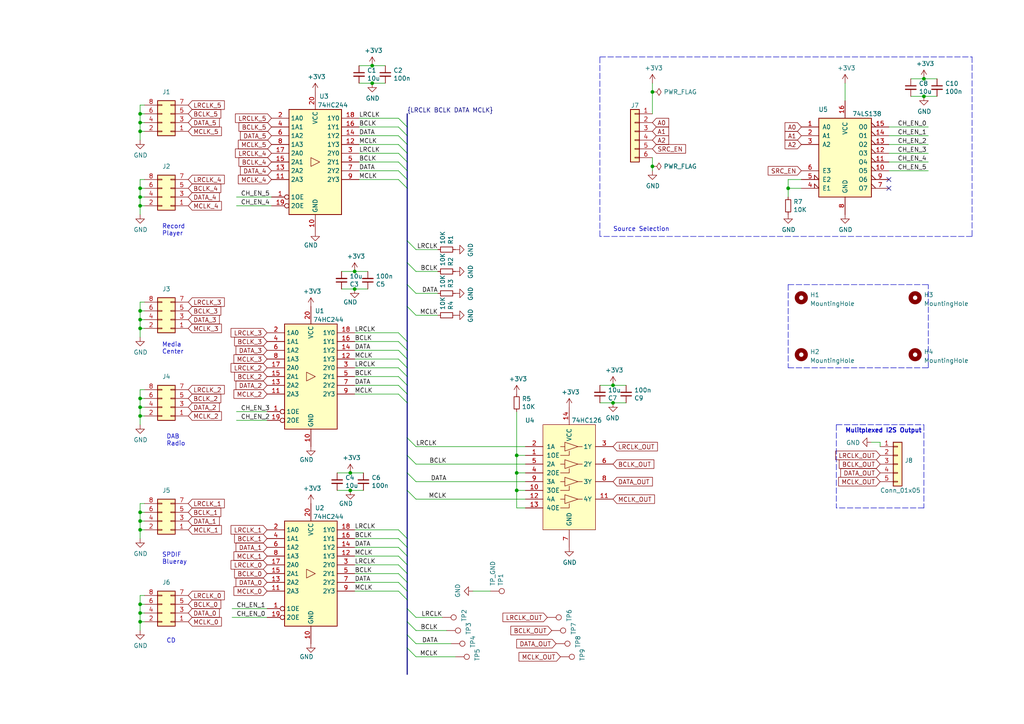
<source format=kicad_sch>
(kicad_sch (version 20211123) (generator eeschema)
  (paper "A4")
  (title_block (title "I2S Multiplexer - Modular Amp") (company "Doble Audio"))
  (lib_symbols
    (symbol "74xx:74HC244"
      (property "Reference" "U" (at -7.62 16.51 0))
      (property "Value" "74HC244" (at -7.62 -16.51 0))
      (symbol "74HC244_1_0"
        (polyline (pts (xy 1.27 0) (xy -1.27 1.27) (xy -1.27 -1.27) (xy 1.27 0)) (stroke (width 0.1524)))
        (pin input inverted (at -12.7 -10.16 0) (length 5.08) (name "1OE") (number "1"))
        (pin power_in line (at 0 -20.32 90) (length 5.08) (name "GND") (number "10"))
        (pin input line (at -12.7 -5.08 0) (length 5.08) (name "2A3") (number "11"))
        (pin tri_state line (at 12.7 5.08 180) (length 5.08) (name "1Y3") (number "12"))
        (pin input line (at -12.7 -2.54 0) (length 5.08) (name "2A2") (number "13"))
        (pin tri_state line (at 12.7 7.62 180) (length 5.08) (name "1Y2") (number "14"))
        (pin input line (at -12.7 0 0) (length 5.08) (name "2A1") (number "15"))
        (pin tri_state line (at 12.7 10.16 180) (length 5.08) (name "1Y1") (number "16"))
        (pin input line (at -12.7 2.54 0) (length 5.08) (name "2A0") (number "17"))
        (pin tri_state line (at 12.7 12.7 180) (length 5.08) (name "1Y0") (number "18"))
        (pin input inverted (at -12.7 -12.7 0) (length 5.08) (name "2OE") (number "19"))
        (pin input line (at -12.7 12.7 0) (length 5.08) (name "1A0") (number "2"))
        (pin power_in line (at 0 20.32 270) (length 5.08) (name "VCC") (number "20"))
        (pin tri_state line (at 12.7 2.54 180) (length 5.08) (name "2Y0") (number "3"))
        (pin input line (at -12.7 10.16 0) (length 5.08) (name "1A1") (number "4"))
        (pin tri_state line (at 12.7 0 180) (length 5.08) (name "2Y1") (number "5"))
        (pin input line (at -12.7 7.62 0) (length 5.08) (name "1A2") (number "6"))
        (pin tri_state line (at 12.7 -2.54 180) (length 5.08) (name "2Y2") (number "7"))
        (pin input line (at -12.7 5.08 0) (length 5.08) (name "1A3") (number "8"))
        (pin tri_state line (at 12.7 -5.08 180) (length 5.08) (name "2Y3") (number "9"))
      )
      (symbol "74HC244_1_1"
        (rectangle (start -7.62 15.24) (end 7.62 -15.24) (stroke (width 0.254)) (fill (type background)))
      )
    )
    (symbol "74xx:74LS138" (pin_names (offset 1.016))
      (property "Reference" "U" (at -7.62 11.43 0))
      (property "Value" "74LS138" (at -7.62 -13.97 0))
      (symbol "74LS138_1_0"
        (pin input line (at -12.7 7.62 0) (length 5.08) (name "A0") (number "1"))
        (pin output output_low (at 12.7 -5.08 180) (length 5.08) (name "O5") (number "10"))
        (pin output output_low (at 12.7 -2.54 180) (length 5.08) (name "O4") (number "11"))
        (pin output output_low (at 12.7 0 180) (length 5.08) (name "O3") (number "12"))
        (pin output output_low (at 12.7 2.54 180) (length 5.08) (name "O2") (number "13"))
        (pin output output_low (at 12.7 5.08 180) (length 5.08) (name "O1") (number "14"))
        (pin output output_low (at 12.7 7.62 180) (length 5.08) (name "O0") (number "15"))
        (pin power_in line (at 0 15.24 270) (length 5.08) (name "VCC") (number "16"))
        (pin input line (at -12.7 5.08 0) (length 5.08) (name "A1") (number "2"))
        (pin input line (at -12.7 2.54 0) (length 5.08) (name "A2") (number "3"))
        (pin input input_low (at -12.7 -10.16 0) (length 5.08) (name "E1") (number "4"))
        (pin input input_low (at -12.7 -7.62 0) (length 5.08) (name "E2") (number "5"))
        (pin input line (at -12.7 -5.08 0) (length 5.08) (name "E3") (number "6"))
        (pin output output_low (at 12.7 -10.16 180) (length 5.08) (name "O7") (number "7"))
        (pin power_in line (at 0 -17.78 90) (length 5.08) (name "GND") (number "8"))
        (pin output output_low (at 12.7 -7.62 180) (length 5.08) (name "O6") (number "9"))
      )
      (symbol "74LS138_1_1"
        (rectangle (start -7.62 10.16) (end 7.62 -12.7) (stroke (width 0.254)) (fill (type background)))
      )
    )
    (symbol "Connector:TestPoint" (pin_numbers hide) (pin_names (offset 0.762) hide)
      (property "Reference" "TP" (at 0 6.858 0))
      (property "Value" "TestPoint" (at 0 5.08 0))
      (symbol "TestPoint_0_1"
        (circle (center 0 3.302) (radius 0.762))
      )
      (symbol "TestPoint_1_1"
        (pin passive line (at 0 0 90) (length 2.54) (name "1") (number "1"))
      )
    )
    (symbol "Connector_Generic:Conn_01x05" (pin_names (offset 1.016) hide)
      (property "Reference" "J" (at 0 7.62 0))
      (property "Value" "Conn_01x05" (at 0 -7.62 0))
      (symbol "Conn_01x05_1_1"
        (rectangle (start -1.27 -4.953) (end 0 -5.207) (stroke (width 0.1524)))
        (rectangle (start -1.27 -2.413) (end 0 -2.667) (stroke (width 0.1524)))
        (rectangle (start -1.27 0.127) (end 0 -0.127) (stroke (width 0.1524)))
        (rectangle (start -1.27 2.667) (end 0 2.413) (stroke (width 0.1524)))
        (rectangle (start -1.27 5.207) (end 0 4.953) (stroke (width 0.1524)))
        (rectangle (start -1.27 6.35) (end 1.27 -6.35) (stroke (width 0.254)) (fill (type background)))
        (pin passive line (at -5.08 5.08 0) (length 3.81) (name "Pin_1") (number "1"))
        (pin passive line (at -5.08 2.54 0) (length 3.81) (name "Pin_2") (number "2"))
        (pin passive line (at -5.08 0 0) (length 3.81) (name "Pin_3") (number "3"))
        (pin passive line (at -5.08 -2.54 0) (length 3.81) (name "Pin_4") (number "4"))
        (pin passive line (at -5.08 -5.08 0) (length 3.81) (name "Pin_5") (number "5"))
      )
    )
    (symbol "Connector_Generic:Conn_01x06" (pin_names (offset 1.016) hide)
      (property "Reference" "J" (at 0 7.62 0))
      (property "Value" "Conn_01x06" (at 0 -10.16 0))
      (symbol "Conn_01x06_1_1"
        (rectangle (start -1.27 -7.493) (end 0 -7.747) (stroke (width 0.1524)))
        (rectangle (start -1.27 -4.953) (end 0 -5.207) (stroke (width 0.1524)))
        (rectangle (start -1.27 -2.413) (end 0 -2.667) (stroke (width 0.1524)))
        (rectangle (start -1.27 0.127) (end 0 -0.127) (stroke (width 0.1524)))
        (rectangle (start -1.27 2.667) (end 0 2.413) (stroke (width 0.1524)))
        (rectangle (start -1.27 5.207) (end 0 4.953) (stroke (width 0.1524)))
        (rectangle (start -1.27 6.35) (end 1.27 -8.89) (stroke (width 0.254)) (fill (type background)))
        (pin passive line (at -5.08 5.08 0) (length 3.81) (name "Pin_1") (number "1"))
        (pin passive line (at -5.08 2.54 0) (length 3.81) (name "Pin_2") (number "2"))
        (pin passive line (at -5.08 0 0) (length 3.81) (name "Pin_3") (number "3"))
        (pin passive line (at -5.08 -2.54 0) (length 3.81) (name "Pin_4") (number "4"))
        (pin passive line (at -5.08 -5.08 0) (length 3.81) (name "Pin_5") (number "5"))
        (pin passive line (at -5.08 -7.62 0) (length 3.81) (name "Pin_6") (number "6"))
      )
    )
    (symbol "Connector_Generic:Conn_02x04_Odd_Even" (pin_names (offset 1.016) hide)
      (property "Reference" "J" (at 1.27 5.08 0))
      (property "Value" "Conn_02x04_Odd_Even" (at 1.27 -7.62 0))
      (symbol "Conn_02x04_Odd_Even_1_1"
        (rectangle (start -1.27 -4.953) (end 0 -5.207) (stroke (width 0.1524)))
        (rectangle (start -1.27 -2.413) (end 0 -2.667) (stroke (width 0.1524)))
        (rectangle (start -1.27 0.127) (end 0 -0.127) (stroke (width 0.1524)))
        (rectangle (start -1.27 2.667) (end 0 2.413) (stroke (width 0.1524)))
        (rectangle (start -1.27 3.81) (end 3.81 -6.35) (stroke (width 0.254)) (fill (type background)))
        (rectangle (start 3.81 -4.953) (end 2.54 -5.207) (stroke (width 0.1524)))
        (rectangle (start 3.81 -2.413) (end 2.54 -2.667) (stroke (width 0.1524)))
        (rectangle (start 3.81 0.127) (end 2.54 -0.127) (stroke (width 0.1524)))
        (rectangle (start 3.81 2.667) (end 2.54 2.413) (stroke (width 0.1524)))
        (pin passive line (at -5.08 2.54 0) (length 3.81) (name "Pin_1") (number "1"))
        (pin passive line (at 7.62 2.54 180) (length 3.81) (name "Pin_2") (number "2"))
        (pin passive line (at -5.08 0 0) (length 3.81) (name "Pin_3") (number "3"))
        (pin passive line (at 7.62 0 180) (length 3.81) (name "Pin_4") (number "4"))
        (pin passive line (at -5.08 -2.54 0) (length 3.81) (name "Pin_5") (number "5"))
        (pin passive line (at 7.62 -2.54 180) (length 3.81) (name "Pin_6") (number "6"))
        (pin passive line (at -5.08 -5.08 0) (length 3.81) (name "Pin_7") (number "7"))
        (pin passive line (at 7.62 -5.08 180) (length 3.81) (name "Pin_8") (number "8"))
      )
    )
    (symbol "Device:C_Small" (pin_numbers hide) (pin_names (offset 0.254) hide)
      (property "Reference" "C" (at 0.254 1.778 0))
      (property "Value" "C_Small" (at 0.254 -2.032 0))
      (symbol "C_Small_0_1"
        (polyline (pts (xy -1.524 -0.508) (xy 1.524 -0.508)) (stroke (width 0.3302)))
        (polyline (pts (xy -1.524 0.508) (xy 1.524 0.508)) (stroke (width 0.3048)))
      )
      (symbol "C_Small_1_1"
        (pin passive line (at 0 2.54 270) (length 2.032) (name "~") (number "1"))
        (pin passive line (at 0 -2.54 90) (length 2.032) (name "~") (number "2"))
      )
    )
    (symbol "Device:R_Small" (pin_numbers hide) (pin_names (offset 0.254) hide)
      (property "Reference" "R" (at 0.762 0.508 0))
      (property "Value" "R_Small" (at 0.762 -1.016 0))
      (symbol "R_Small_0_1"
        (rectangle (start -0.762 1.778) (end 0.762 -1.778) (stroke (width 0.2032)))
      )
      (symbol "R_Small_1_1"
        (pin passive line (at 0 2.54 270) (length 0.762) (name "~") (number "1"))
        (pin passive line (at 0 -2.54 90) (length 0.762) (name "~") (number "2"))
      )
    )
    (symbol "Mechanical:MountingHole" (pin_names (offset 1.016))
      (property "Reference" "H" (at 0 5.08 0))
      (property "Value" "MountingHole" (at 0 3.175 0))
      (symbol "MountingHole_0_1"
        (circle (center 0 0) (radius 1.27) (stroke (width 1.27)))
      )
    )
    (symbol "i2s-multiplexer:74HC126" (pin_names (offset 1.016))
      (property "Reference" "U" (at -7.62 16.51 0))
      (property "Value" "74HC126" (at 6.35 -17.78 0))
      (symbol "74HC126_0_1"
        (polyline (pts (xy 2.54 -7.62) (xy 3.81 -7.62)))
        (polyline (pts (xy 2.54 -2.54) (xy 3.81 -2.54)))
        (polyline (pts (xy 2.54 2.54) (xy 3.81 2.54)))
        (polyline (pts (xy 2.54 7.62) (xy 3.81 7.62)))
      )
      (symbol "74HC126_1_0"
        (pin input line (at -12.7 5.08 0) (length 5.08) (name "1OE") (number "1"))
        (pin input line (at -12.7 -5.08 0) (length 5.08) (name "3OE") (number "10"))
        (pin tri_state line (at 12.7 -7.62 180) (length 5.08) (name "4Y") (number "11"))
        (pin input line (at -12.7 -7.62 0) (length 5.08) (name "4A") (number "12"))
        (pin input line (at -12.7 -10.16 0) (length 5.08) (name "4OE") (number "13"))
        (pin power_in line (at 0 19.05 270) (length 5.08) (name "VCC") (number "14"))
        (pin input line (at -12.7 7.62 0) (length 5.08) (name "1A") (number "2"))
        (pin tri_state line (at 12.7 7.62 180) (length 5.08) (name "1Y") (number "3"))
        (pin input line (at -12.7 0 0) (length 5.08) (name "2OE") (number "4"))
        (pin input line (at -12.7 2.54 0) (length 5.08) (name "2A") (number "5"))
        (pin tri_state line (at 12.7 2.54 180) (length 5.08) (name "2Y") (number "6"))
        (pin power_in line (at 0 -21.59 90) (length 5.08) (name "GND") (number "7"))
        (pin tri_state line (at 12.7 -2.54 180) (length 5.08) (name "3Y") (number "8"))
        (pin input line (at -12.7 -2.54 0) (length 5.08) (name "3A") (number "9"))
      )
      (symbol "74HC126_1_1"
        (rectangle (start -7.62 13.97) (end 7.62 -16.51) (fill (type background)))
        (polyline (pts (xy -2.54 -7.62) (xy -1.27 -7.62)))
        (polyline (pts (xy -2.54 -2.54) (xy -1.27 -2.54)))
        (polyline (pts (xy -2.54 2.54) (xy -1.27 2.54)))
        (polyline (pts (xy -2.54 7.62) (xy -1.27 7.62)))
        (polyline (pts (xy 39.37 -15.24) (xy 39.37 -15.24)))
        (polyline (pts (xy -2.54 -10.16) (xy 0 -10.16) (xy 0 -8.89)))
        (polyline (pts (xy -2.54 -5.08) (xy 0 -5.08) (xy 0 -3.81)))
        (polyline (pts (xy -2.54 0) (xy 0 0) (xy 0 1.27)))
        (polyline (pts (xy -2.54 5.08) (xy 0 5.08) (xy 0 6.35)))
        (polyline (pts (xy -1.27 -6.35) (xy -1.27 -8.89) (xy 2.54 -7.62) (xy -1.27 -6.35)))
        (polyline (pts (xy -1.27 -1.27) (xy -1.27 -3.81) (xy 2.54 -2.54) (xy -1.27 -1.27)))
        (polyline (pts (xy -1.27 3.81) (xy -1.27 1.27) (xy 2.54 2.54) (xy -1.27 3.81)))
        (polyline (pts (xy -1.27 8.89) (xy -1.27 6.35) (xy 2.54 7.62) (xy -1.27 8.89)))
      )
    )
    (symbol "power:+3.3V" (power) (pin_names (offset 0))
      (property "Value" "+3.3V" (at 0 3.556 0))
      (symbol "+3.3V_0_1"
        (polyline (pts (xy -0.762 1.27) (xy 0 2.54)))
        (polyline (pts (xy 0 0) (xy 0 2.54)))
        (polyline (pts (xy 0 2.54) (xy 0.762 1.27)))
      )
      (symbol "+3.3V_1_1"
        (pin power_in line (at 0 0 90) (length 0) hide (name "+3V3") (number "1"))
      )
    )
    (symbol "power:+3V3" (power) (pin_names (offset 0))
      (property "Value" "+3V3" (at 0 3.556 0))
      (symbol "+3V3_0_1"
        (polyline (pts (xy -0.762 1.27) (xy 0 2.54)))
        (polyline (pts (xy 0 0) (xy 0 2.54)))
        (polyline (pts (xy 0 2.54) (xy 0.762 1.27)))
      )
      (symbol "+3V3_1_1"
        (pin power_in line (at 0 0 90) (length 0) hide (name "+3V3") (number "1"))
      )
    )
    (symbol "power:GND" (power) (pin_names (offset 0))
      (property "Value" "GND" (at 0 -3.81 0))
      (symbol "GND_0_1"
        (polyline (pts (xy 0 0) (xy 0 -1.27) (xy 1.27 -1.27) (xy 0 -2.54) (xy -1.27 -1.27) (xy 0 -1.27)))
      )
      (symbol "GND_1_1"
        (pin power_in line (at 0 0 270) (length 0) hide (name "GND") (number "1"))
      )
    )
    (symbol "power:PWR_FLAG" (power) (pin_numbers hide) (pin_names (offset 0) hide)
      (property "Value" "PWR_FLAG" (at 0 3.81 0))
      (symbol "PWR_FLAG_0_0"
        (pin power_out line (at 0 0 90) (length 0) (name "pwr") (number "1"))
      )
      (symbol "PWR_FLAG_0_1"
        (polyline (pts (xy 0 0) (xy 0 1.27) (xy -1.016 1.905) (xy 0 2.54) (xy 1.016 1.905) (xy 0 1.27)))
      )
    )
  )
  (junction (at 149.86 132.08))
  (junction (at 177.8 116.84))
  (junction (at 40.64 54.61))
  (junction (at 40.64 90.17))
  (junction (at 107.95 19.05))
  (junction (at 40.64 57.15))
  (junction (at 40.64 120.65))
  (junction (at 40.64 92.71))
  (junction (at 228.6 54.61))
  (junction (at 40.64 59.69))
  (junction (at 40.64 35.56))
  (junction (at 40.64 33.02))
  (junction (at 102.87 83.82))
  (junction (at 189.23 48.26))
  (junction (at 149.86 142.24))
  (junction (at 102.87 78.74))
  (junction (at 40.64 180.34))
  (junction (at 267.97 27.94))
  (junction (at 149.86 137.16))
  (junction (at 101.6 142.24))
  (junction (at 40.64 115.57))
  (junction (at 40.64 118.11))
  (junction (at 101.6 137.16))
  (junction (at 40.64 153.67))
  (junction (at 189.23 26.67))
  (junction (at 40.64 38.1))
  (junction (at 40.64 95.25))
  (junction (at 107.95 24.13))
  (junction (at 40.64 177.8))
  (junction (at 40.64 175.26))
  (junction (at 267.97 22.86))
  (junction (at 40.64 148.59))
  (junction (at 177.8 111.76))
  (junction (at 40.64 151.13))
  (no_connect (at 257.81 52.07))
  (no_connect (at 257.81 54.61))
  (bus_entry (at 115.57 111.76) (size 2.54 2.54))
  (bus_entry (at 118.11 142.24) (size 2.54 2.54))
  (bus_entry (at 118.11 137.16) (size 2.54 2.54))
  (bus_entry (at 118.11 132.08) (size 2.54 2.54))
  (bus_entry (at 118.11 127) (size 2.54 2.54))
  (bus_entry (at 115.57 168.91) (size 2.54 2.54))
  (bus_entry (at 115.57 156.21) (size 2.54 2.54))
  (bus_entry (at 115.57 36.83) (size 2.54 2.54))
  (bus_entry (at 115.57 158.75) (size 2.54 2.54))
  (bus_entry (at 115.57 46.99) (size 2.54 2.54))
  (bus_entry (at 115.57 101.6) (size 2.54 2.54))
  (bus_entry (at 115.57 109.22) (size 2.54 2.54))
  (bus_entry (at 115.57 166.37) (size 2.54 2.54))
  (bus_entry (at 118.11 69.85) (size 2.54 2.54))
  (bus_entry (at 118.11 82.55) (size 2.54 2.54))
  (bus_entry (at 118.11 88.9) (size 2.54 2.54))
  (bus_entry (at 118.11 76.2) (size 2.54 2.54))
  (bus_entry (at 115.57 104.14) (size 2.54 2.54))
  (bus_entry (at 118.11 99.06) (size -2.54 -2.54))
  (bus_entry (at 118.11 180.34) (size 2.54 2.54))
  (bus_entry (at 118.11 184.15) (size 2.54 2.54))
  (bus_entry (at 118.11 187.96) (size 2.54 2.54))
  (bus_entry (at 115.57 49.53) (size 2.54 2.54))
  (bus_entry (at 115.57 106.68) (size 2.54 2.54))
  (bus_entry (at 115.57 163.83) (size 2.54 2.54))
  (bus_entry (at 118.11 176.53) (size 2.54 2.54))
  (bus_entry (at 115.57 39.37) (size 2.54 2.54))
  (bus_entry (at 118.11 156.21) (size -2.54 -2.54))
  (bus_entry (at 115.57 161.29) (size 2.54 2.54))
  (bus_entry (at 115.57 44.45) (size 2.54 2.54))
  (bus_entry (at 115.57 114.3) (size 2.54 2.54))
  (bus_entry (at 115.57 41.91) (size 2.54 2.54))
  (bus_entry (at 118.11 36.83) (size -2.54 -2.54))
  (bus_entry (at 115.57 52.07) (size 2.54 2.54))
  (bus_entry (at 115.57 99.06) (size 2.54 2.54))
  (bus_entry (at 115.57 171.45) (size 2.54 2.54))
  (wire (pts (xy 41.91 172.72) (xy 40.64 172.72)))
  (wire (pts (xy 102.87 161.29) (xy 115.57 161.29)))
  (wire (pts (xy 189.23 48.26) (xy 189.23 49.53)))
  (polyline (pts (xy 228.6 82.55) (xy 228.6 106.68)))
  (bus (pts (xy 118.11 82.55) (xy 118.11 88.9)))
  (wire (pts (xy 189.23 26.67) (xy 189.23 24.13)))
  (wire (pts (xy 40.64 95.25) (xy 41.91 95.25)))
  (wire (pts (xy 102.87 114.3) (xy 115.57 114.3)))
  (wire (pts (xy 40.64 151.13) (xy 40.64 153.67)))
  (wire (pts (xy 68.58 121.92) (xy 77.47 121.92)))
  (wire (pts (xy 40.64 59.69) (xy 40.64 62.23)))
  (polyline (pts (xy 267.97 147.32) (xy 242.57 147.32)))
  (wire (pts (xy 40.64 54.61) (xy 40.64 57.15)))
  (polyline (pts (xy 281.94 68.58) (xy 173.99 68.58)))
  (wire (pts (xy 40.64 38.1) (xy 41.91 38.1)))
  (wire (pts (xy 102.87 153.67) (xy 115.57 153.67)))
  (wire (pts (xy 120.65 129.54) (xy 152.4 129.54)))
  (wire (pts (xy 41.91 87.63) (xy 40.64 87.63)))
  (wire (pts (xy 68.58 119.38) (xy 77.47 119.38)))
  (wire (pts (xy 102.87 171.45) (xy 115.57 171.45)))
  (wire (pts (xy 40.64 115.57) (xy 41.91 115.57)))
  (wire (pts (xy 173.99 111.76) (xy 177.8 111.76)))
  (wire (pts (xy 189.23 45.72) (xy 189.23 48.26)))
  (wire (pts (xy 104.14 39.37) (xy 115.57 39.37)))
  (bus (pts (xy 118.11 33.02) (xy 118.11 36.83)))
  (wire (pts (xy 102.87 106.68) (xy 115.57 106.68)))
  (wire (pts (xy 252.73 128.27) (xy 255.27 128.27)))
  (wire (pts (xy 40.64 180.34) (xy 40.64 182.88)))
  (wire (pts (xy 152.4 132.08) (xy 149.86 132.08)))
  (wire (pts (xy 40.64 146.05) (xy 40.64 148.59)))
  (wire (pts (xy 40.64 115.57) (xy 40.64 118.11)))
  (wire (pts (xy 40.64 57.15) (xy 40.64 59.69)))
  (wire (pts (xy 40.64 153.67) (xy 40.64 156.21)))
  (wire (pts (xy 40.64 54.61) (xy 41.91 54.61)))
  (wire (pts (xy 120.65 179.07) (xy 128.27 179.07)))
  (polyline (pts (xy 269.24 106.68) (xy 269.24 82.55)))
  (bus (pts (xy 118.11 46.99) (xy 118.11 49.53)))
  (wire (pts (xy 120.65 190.5) (xy 132.08 190.5)))
  (wire (pts (xy 189.23 26.67) (xy 189.23 33.02)))
  (bus (pts (xy 118.11 116.84) (xy 118.11 127)))
  (wire (pts (xy 40.64 87.63) (xy 40.64 90.17)))
  (wire (pts (xy 40.64 172.72) (xy 40.64 175.26)))
  (wire (pts (xy 97.79 137.16) (xy 101.6 137.16)))
  (wire (pts (xy 40.64 180.34) (xy 41.91 180.34)))
  (wire (pts (xy 152.4 144.78) (xy 120.65 144.78)))
  (bus (pts (xy 118.11 106.68) (xy 118.11 109.22)))
  (wire (pts (xy 101.6 137.16) (xy 105.41 137.16)))
  (wire (pts (xy 102.87 156.21) (xy 115.57 156.21)))
  (wire (pts (xy 257.81 39.37) (xy 269.24 39.37)))
  (wire (pts (xy 40.64 175.26) (xy 40.64 177.8)))
  (bus (pts (xy 118.11 49.53) (xy 118.11 52.07)))
  (wire (pts (xy 267.97 22.86) (xy 271.78 22.86)))
  (wire (pts (xy 40.64 35.56) (xy 41.91 35.56)))
  (wire (pts (xy 137.16 171.45) (xy 142.24 171.45)))
  (polyline (pts (xy 242.57 123.19) (xy 267.97 123.19)))
  (wire (pts (xy 40.64 148.59) (xy 40.64 151.13)))
  (wire (pts (xy 40.64 95.25) (xy 40.64 97.79)))
  (wire (pts (xy 101.6 142.24) (xy 105.41 142.24)))
  (wire (pts (xy 40.64 113.03) (xy 40.64 115.57)))
  (polyline (pts (xy 228.6 82.55) (xy 269.24 82.55)))
  (wire (pts (xy 41.91 146.05) (xy 40.64 146.05)))
  (wire (pts (xy 40.64 35.56) (xy 40.64 38.1)))
  (bus (pts (xy 118.11 180.34) (xy 118.11 184.15)))
  (wire (pts (xy 271.78 27.94) (xy 267.97 27.94)))
  (bus (pts (xy 118.11 171.45) (xy 118.11 173.99)))
  (wire (pts (xy 40.64 38.1) (xy 40.64 40.64)))
  (wire (pts (xy 40.64 30.48) (xy 40.64 33.02)))
  (wire (pts (xy 255.27 128.27) (xy 255.27 129.54)))
  (wire (pts (xy 149.86 132.08) (xy 149.86 137.16)))
  (bus (pts (xy 118.11 99.06) (xy 118.11 101.6)))
  (bus (pts (xy 118.11 156.21) (xy 118.11 158.75)))
  (wire (pts (xy 40.64 118.11) (xy 41.91 118.11)))
  (wire (pts (xy 228.6 54.61) (xy 228.6 57.15)))
  (wire (pts (xy 102.87 101.6) (xy 115.57 101.6)))
  (wire (pts (xy 97.79 142.24) (xy 101.6 142.24)))
  (wire (pts (xy 228.6 52.07) (xy 232.41 52.07)))
  (wire (pts (xy 104.14 19.05) (xy 107.95 19.05)))
  (wire (pts (xy 127 78.74) (xy 120.65 78.74)))
  (wire (pts (xy 40.64 52.07) (xy 40.64 54.61)))
  (wire (pts (xy 41.91 113.03) (xy 40.64 113.03)))
  (bus (pts (xy 118.11 142.24) (xy 118.11 156.21)))
  (bus (pts (xy 118.11 166.37) (xy 118.11 168.91)))
  (wire (pts (xy 40.64 59.69) (xy 41.91 59.69)))
  (wire (pts (xy 77.47 176.53) (xy 67.31 176.53)))
  (wire (pts (xy 264.16 22.86) (xy 267.97 22.86)))
  (wire (pts (xy 102.87 111.76) (xy 115.57 111.76)))
  (wire (pts (xy 40.64 153.67) (xy 41.91 153.67)))
  (bus (pts (xy 118.11 41.91) (xy 118.11 44.45)))
  (wire (pts (xy 40.64 177.8) (xy 41.91 177.8)))
  (wire (pts (xy 102.87 166.37) (xy 115.57 166.37)))
  (bus (pts (xy 118.11 187.96) (xy 118.11 195.58)))
  (polyline (pts (xy 281.94 16.51) (xy 281.94 68.58)))
  (wire (pts (xy 40.64 90.17) (xy 41.91 90.17)))
  (wire (pts (xy 78.74 59.69) (xy 68.58 59.69)))
  (wire (pts (xy 152.4 142.24) (xy 149.86 142.24)))
  (wire (pts (xy 107.95 19.05) (xy 111.76 19.05)))
  (polyline (pts (xy 173.99 68.58) (xy 173.99 16.51)))
  (wire (pts (xy 257.81 36.83) (xy 269.24 36.83)))
  (wire (pts (xy 152.4 147.32) (xy 149.86 147.32)))
  (bus (pts (xy 118.11 39.37) (xy 118.11 41.91)))
  (wire (pts (xy 40.64 118.11) (xy 40.64 120.65)))
  (polyline (pts (xy 228.6 106.68) (xy 269.24 106.68)))
  (wire (pts (xy 149.86 142.24) (xy 149.86 137.16)))
  (wire (pts (xy 40.64 120.65) (xy 40.64 123.19)))
  (wire (pts (xy 104.14 46.99) (xy 115.57 46.99)))
  (wire (pts (xy 149.86 119.38) (xy 149.86 132.08)))
  (wire (pts (xy 40.64 92.71) (xy 41.91 92.71)))
  (wire (pts (xy 40.64 57.15) (xy 41.91 57.15)))
  (bus (pts (xy 118.11 69.85) (xy 118.11 76.2)))
  (wire (pts (xy 120.65 186.69) (xy 130.81 186.69)))
  (polyline (pts (xy 173.99 16.51) (xy 281.94 16.51)))
  (bus (pts (xy 118.11 52.07) (xy 118.11 54.61)))
  (bus (pts (xy 118.11 54.61) (xy 118.11 69.85)))
  (wire (pts (xy 102.87 83.82) (xy 99.06 83.82)))
  (wire (pts (xy 104.14 41.91) (xy 115.57 41.91)))
  (wire (pts (xy 77.47 179.07) (xy 67.31 179.07)))
  (bus (pts (xy 118.11 76.2) (xy 118.11 82.55)))
  (wire (pts (xy 102.87 168.91) (xy 115.57 168.91)))
  (bus (pts (xy 118.11 176.53) (xy 118.11 180.34)))
  (wire (pts (xy 149.86 137.16) (xy 152.4 137.16)))
  (wire (pts (xy 177.8 111.76) (xy 181.61 111.76)))
  (wire (pts (xy 245.11 24.13) (xy 245.11 29.21)))
  (bus (pts (xy 118.11 173.99) (xy 118.11 176.53)))
  (bus (pts (xy 118.11 163.83) (xy 118.11 166.37)))
  (wire (pts (xy 40.64 33.02) (xy 41.91 33.02)))
  (wire (pts (xy 40.64 90.17) (xy 40.64 92.71)))
  (bus (pts (xy 118.11 104.14) (xy 118.11 106.68)))
  (wire (pts (xy 173.99 116.84) (xy 177.8 116.84)))
  (wire (pts (xy 104.14 49.53) (xy 115.57 49.53)))
  (wire (pts (xy 177.8 116.84) (xy 181.61 116.84)))
  (wire (pts (xy 40.64 177.8) (xy 40.64 180.34)))
  (wire (pts (xy 120.65 134.62) (xy 152.4 134.62)))
  (wire (pts (xy 127 91.44) (xy 120.65 91.44)))
  (wire (pts (xy 257.81 49.53) (xy 269.24 49.53)))
  (wire (pts (xy 106.68 83.82) (xy 102.87 83.82)))
  (wire (pts (xy 127 72.39) (xy 120.65 72.39)))
  (wire (pts (xy 99.06 78.74) (xy 102.87 78.74)))
  (wire (pts (xy 232.41 54.61) (xy 228.6 54.61)))
  (bus (pts (xy 118.11 44.45) (xy 118.11 46.99)))
  (wire (pts (xy 257.81 44.45) (xy 269.24 44.45)))
  (bus (pts (xy 118.11 132.08) (xy 118.11 137.16)))
  (bus (pts (xy 118.11 158.75) (xy 118.11 161.29)))
  (polyline (pts (xy 242.57 123.19) (xy 242.57 147.32)))
  (wire (pts (xy 104.14 24.13) (xy 107.95 24.13)))
  (wire (pts (xy 102.87 96.52) (xy 115.57 96.52)))
  (wire (pts (xy 267.97 27.94) (xy 264.16 27.94)))
  (wire (pts (xy 104.14 34.29) (xy 115.57 34.29)))
  (wire (pts (xy 102.87 158.75) (xy 115.57 158.75)))
  (wire (pts (xy 40.64 120.65) (xy 41.91 120.65)))
  (wire (pts (xy 104.14 36.83) (xy 115.57 36.83)))
  (wire (pts (xy 107.95 24.13) (xy 111.76 24.13)))
  (wire (pts (xy 228.6 52.07) (xy 228.6 54.61)))
  (bus (pts (xy 118.11 101.6) (xy 118.11 104.14)))
  (wire (pts (xy 40.64 92.71) (xy 40.64 95.25)))
  (wire (pts (xy 40.64 151.13) (xy 41.91 151.13)))
  (wire (pts (xy 40.64 33.02) (xy 40.64 35.56)))
  (wire (pts (xy 149.86 142.24) (xy 149.86 147.32)))
  (bus (pts (xy 118.11 36.83) (xy 118.11 39.37)))
  (wire (pts (xy 102.87 104.14) (xy 115.57 104.14)))
  (bus (pts (xy 118.11 127) (xy 118.11 132.08)))
  (wire (pts (xy 257.81 41.91) (xy 269.24 41.91)))
  (wire (pts (xy 104.14 44.45) (xy 115.57 44.45)))
  (bus (pts (xy 118.11 111.76) (xy 118.11 114.3)))
  (bus (pts (xy 118.11 114.3) (xy 118.11 116.84)))
  (bus (pts (xy 118.11 168.91) (xy 118.11 171.45)))
  (wire (pts (xy 102.87 163.83) (xy 115.57 163.83)))
  (wire (pts (xy 68.58 57.15) (xy 78.74 57.15)))
  (bus (pts (xy 118.11 161.29) (xy 118.11 163.83)))
  (wire (pts (xy 120.65 182.88) (xy 129.54 182.88)))
  (bus (pts (xy 118.11 88.9) (xy 118.11 99.06)))
  (wire (pts (xy 257.81 46.99) (xy 269.24 46.99)))
  (bus (pts (xy 118.11 184.15) (xy 118.11 187.96)))
  (wire (pts (xy 41.91 52.07) (xy 40.64 52.07)))
  (wire (pts (xy 40.64 148.59) (xy 41.91 148.59)))
  (wire (pts (xy 40.64 175.26) (xy 41.91 175.26)))
  (polyline (pts (xy 267.97 123.19) (xy 267.97 147.32)))
  (wire (pts (xy 127 85.09) (xy 120.65 85.09)))
  (wire (pts (xy 120.65 139.7) (xy 152.4 139.7)))
  (bus (pts (xy 118.11 137.16) (xy 118.11 142.24)))
  (wire (pts (xy 104.14 52.07) (xy 115.57 52.07)))
  (bus (pts (xy 118.11 109.22) (xy 118.11 111.76)))
  (wire (pts (xy 102.87 99.06) (xy 115.57 99.06)))
  (wire (pts (xy 102.87 109.22) (xy 115.57 109.22)))
  (wire (pts (xy 102.87 78.74) (xy 106.68 78.74)))
  (wire (pts (xy 41.91 30.48) (xy 40.64 30.48)))
  (text "Mulitplexed I2S Output\n" (at 245.11 125.73 0) (effects (font (size 1.27 1.27) (thickness 0.254) bold) (justify left bottom)))
  (text "Media\nCenter\n" (at 46.99 102.87 0) (effects (font (size 1.27 1.27)) (justify left bottom)))
  (text "Source Selection" (at 177.8 67.31 0) (effects (font (size 1.27 1.27)) (justify left bottom)))
  (text "SPDIF\nBlueray" (at 46.99 163.83 0) (effects (font (size 1.27 1.27)) (justify left bottom)))
  (text "Record\nPlayer\n" (at 46.99 68.58 0) (effects (font (size 1.27 1.27)) (justify left bottom)))
  (text "DAB \nRadio\n" (at 48.26 129.54 0) (effects (font (size 1.27 1.27)) (justify left bottom)))
  (text "CD\n" (at 48.26 186.69 0) (effects (font (size 1.27 1.27)) (justify left bottom)))
  (label "DATA" (at 102.87 101.6 0))
  (label "MCLK" (at 102.87 161.29 0))
  (label "CH_EN_2" (at 260.35 41.91 0))
  (label "BCLK" (at 127 78.74 180))
  (label "CH_EN_4" (at 260.35 46.99 0))
  (label "CH_EN_5" (at 69.85 57.15 0))
  (label "LRCLK" (at 120.65 129.54 0))
  (label "MCLK" (at 104.14 52.07 0))
  (label "BCLK" (at 127 182.88 180))
  (label "CH_EN_2" (at 69.85 121.92 0))
  (label "MCLK" (at 127 190.5 180))
  (label "LRCLK" (at 102.87 96.52 0))
  (label "CH_EN_0" (at 260.35 36.83 0))
  (label "DATA" (at 127 186.69 180))
  (label "BCLK" (at 102.87 166.37 0))
  (label "BCLK" (at 129.54 134.62 180))
  (label "MCLK" (at 129.54 144.78 180))
  (label "BCLK" (at 104.14 36.83 0))
  (label "LRCLK" (at 128.27 179.07 180))
  (label "CH_EN_0" (at 68.58 179.07 0))
  (label "CH_EN_5" (at 260.35 49.53 0))
  (label "LRCLK" (at 127 72.39 180))
  (label "MCLK" (at 102.87 114.3 0))
  (label "LRCLK" (at 104.14 34.29 0))
  (label "MCLK" (at 102.87 171.45 0))
  (label "CH_EN_3" (at 260.35 44.45 0))
  (label "DATA" (at 104.14 39.37 0))
  (label "DATA" (at 104.14 49.53 0))
  (label "CH_EN_1" (at 260.35 39.37 0))
  (label "DATA" (at 102.87 111.76 0))
  (label "CH_EN_1" (at 68.58 176.53 0))
  (label "{LRCLK BCLK DATA MCLK}" (at 118.11 33.02 0))
  (label "DATA" (at 129.54 139.7 180))
  (label "LRCLK" (at 102.87 106.68 0))
  (label "MCLK" (at 104.14 41.91 0))
  (label "MCLK" (at 102.87 104.14 0))
  (label "CH_EN_3" (at 69.85 119.38 0))
  (label "DATA" (at 102.87 158.75 0))
  (label "LRCLK" (at 102.87 153.67 0))
  (label "BCLK" (at 104.14 46.99 0))
  (label "LRCLK" (at 102.87 163.83 0))
  (label "DATA" (at 127 85.09 180))
  (label "DATA" (at 102.87 168.91 0))
  (label "MCLK" (at 127 91.44 180))
  (label "CH_EN_4" (at 69.85 59.69 0))
  (label "BCLK" (at 102.87 109.22 0))
  (label "BCLK" (at 102.87 156.21 0))
  (label "BCLK" (at 102.87 99.06 0))
  (label "LRCLK" (at 104.14 44.45 0))
  (global_label "BCLK_1" (shape input) (at 77.47 156.21 180) (property "Intersheet References" "${INTERSHEET_REFS}" (effects hide)))
  (global_label "BCLK_4" (shape input) (at 78.74 46.99 180) (property "Intersheet References" "${INTERSHEET_REFS}" (effects hide)))
  (global_label "MCLK_2" (shape input) (at 54.61 120.65 0) (property "Intersheet References" "${INTERSHEET_REFS}" (effects hide)))
  (global_label "MCLK_OUT" (shape input) (at 177.8 144.78 0) (property "Intersheet References" "${INTERSHEET_REFS}" (effects hide)))
  (global_label "MCLK_3" (shape input) (at 54.61 95.25 0) (property "Intersheet References" "${INTERSHEET_REFS}" (effects hide)))
  (global_label "BCLK_3" (shape input) (at 77.47 99.06 180) (property "Intersheet References" "${INTERSHEET_REFS}" (effects hide)))
  (global_label "MCLK_0" (shape input) (at 54.61 180.34 0) (property "Intersheet References" "${INTERSHEET_REFS}" (effects hide)))
  (global_label "A2" (shape input) (at 189.23 40.64 0) (property "Intersheet References" "${INTERSHEET_REFS}" (effects hide)))
  (global_label "MCLK_5" (shape input) (at 78.74 41.91 180) (property "Intersheet References" "${INTERSHEET_REFS}" (effects hide)))
  (global_label "BCLK_2" (shape input) (at 54.61 115.57 0) (property "Intersheet References" "${INTERSHEET_REFS}" (effects hide)))
  (global_label "A0" (shape input) (at 232.41 36.83 180) (property "Intersheet References" "${INTERSHEET_REFS}" (effects hide)))
  (global_label "LRCLK_OUT" (shape input) (at 177.8 129.54 0) (property "Intersheet References" "${INTERSHEET_REFS}" (effects hide)))
  (global_label "A0" (shape input) (at 189.23 35.56 0) (property "Intersheet References" "${INTERSHEET_REFS}" (effects hide)))
  (global_label "BCLK_OUT" (shape input) (at 255.27 134.62 180) (property "Intersheet References" "${INTERSHEET_REFS}" (effects hide)))
  (global_label "BCLK_1" (shape input) (at 54.61 148.59 0) (property "Intersheet References" "${INTERSHEET_REFS}" (effects hide)))
  (global_label "DATA_0" (shape input) (at 54.61 177.8 0) (property "Intersheet References" "${INTERSHEET_REFS}" (effects hide)))
  (global_label "DATA_4" (shape input) (at 78.74 49.53 180) (property "Intersheet References" "${INTERSHEET_REFS}" (effects hide)))
  (global_label "LRCLK_OUT" (shape input) (at 158.75 179.07 180) (property "Intersheet References" "${INTERSHEET_REFS}" (effects hide)))
  (global_label "DATA_3" (shape input) (at 54.61 92.71 0) (property "Intersheet References" "${INTERSHEET_REFS}" (effects hide)))
  (global_label "MCLK_1" (shape input) (at 77.47 161.29 180) (property "Intersheet References" "${INTERSHEET_REFS}" (effects hide)))
  (global_label "DATA_5" (shape input) (at 54.61 35.56 0) (property "Intersheet References" "${INTERSHEET_REFS}" (effects hide)))
  (global_label "LRCLK_3" (shape input) (at 54.61 87.63 0) (property "Intersheet References" "${INTERSHEET_REFS}" (effects hide)))
  (global_label "BCLK_2" (shape input) (at 77.47 109.22 180) (property "Intersheet References" "${INTERSHEET_REFS}" (effects hide)))
  (global_label "DATA_2" (shape input) (at 54.61 118.11 0) (property "Intersheet References" "${INTERSHEET_REFS}" (effects hide)))
  (global_label "BCLK_5" (shape input) (at 54.61 33.02 0) (property "Intersheet References" "${INTERSHEET_REFS}" (effects hide)))
  (global_label "LRCLK_5" (shape input) (at 78.74 34.29 180) (property "Intersheet References" "${INTERSHEET_REFS}" (effects hide)))
  (global_label "LRCLK_5" (shape input) (at 54.61 30.48 0) (property "Intersheet References" "${INTERSHEET_REFS}" (effects hide)))
  (global_label "A1" (shape input) (at 189.23 38.1 0) (property "Intersheet References" "${INTERSHEET_REFS}" (effects hide)))
  (global_label "MCLK_4" (shape input) (at 54.61 59.69 0) (property "Intersheet References" "${INTERSHEET_REFS}" (effects hide)))
  (global_label "MCLK_4" (shape input) (at 78.74 52.07 180) (property "Intersheet References" "${INTERSHEET_REFS}" (effects hide)))
  (global_label "DATA_3" (shape input) (at 77.47 101.6 180) (property "Intersheet References" "${INTERSHEET_REFS}" (effects hide)))
  (global_label "MCLK_2" (shape input) (at 77.47 114.3 180) (property "Intersheet References" "${INTERSHEET_REFS}" (effects hide)))
  (global_label "MCLK_0" (shape input) (at 77.47 171.45 180) (property "Intersheet References" "${INTERSHEET_REFS}" (effects hide)))
  (global_label "BCLK_4" (shape input) (at 54.61 54.61 0) (property "Intersheet References" "${INTERSHEET_REFS}" (effects hide)))
  (global_label "LRCLK_0" (shape input) (at 77.47 163.83 180) (property "Intersheet References" "${INTERSHEET_REFS}" (effects hide)))
  (global_label "LRCLK_2" (shape input) (at 77.47 106.68 180) (property "Intersheet References" "${INTERSHEET_REFS}" (effects hide)))
  (global_label "DATA_0" (shape input) (at 77.47 168.91 180) (property "Intersheet References" "${INTERSHEET_REFS}" (effects hide)))
  (global_label "LRCLK_1" (shape input) (at 54.61 146.05 0) (property "Intersheet References" "${INTERSHEET_REFS}" (effects hide)))
  (global_label "DATA_1" (shape input) (at 54.61 151.13 0) (property "Intersheet References" "${INTERSHEET_REFS}" (effects hide)))
  (global_label "BCLK_5" (shape input) (at 78.74 36.83 180) (property "Intersheet References" "${INTERSHEET_REFS}" (effects hide)))
  (global_label "DATA_1" (shape input) (at 77.47 158.75 180) (property "Intersheet References" "${INTERSHEET_REFS}" (effects hide)))
  (global_label "LRCLK_1" (shape input) (at 77.47 153.67 180) (property "Intersheet References" "${INTERSHEET_REFS}" (effects hide)))
  (global_label "BCLK_OUT" (shape input) (at 177.8 134.62 0) (property "Intersheet References" "${INTERSHEET_REFS}" (effects hide)))
  (global_label "LRCLK_4" (shape input) (at 78.74 44.45 180) (property "Intersheet References" "${INTERSHEET_REFS}" (effects hide)))
  (global_label "MCLK_OUT" (shape input) (at 255.27 139.7 180) (property "Intersheet References" "${INTERSHEET_REFS}" (effects hide)))
  (global_label "BCLK_OUT" (shape input) (at 160.02 182.88 180) (property "Intersheet References" "${INTERSHEET_REFS}" (effects hide)))
  (global_label "LRCLK_2" (shape input) (at 54.61 113.03 0) (property "Intersheet References" "${INTERSHEET_REFS}" (effects hide)))
  (global_label "BCLK_0" (shape input) (at 77.47 166.37 180) (property "Intersheet References" "${INTERSHEET_REFS}" (effects hide)))
  (global_label "LRCLK_OUT" (shape input) (at 255.27 132.08 180) (property "Intersheet References" "${INTERSHEET_REFS}" (effects hide)))
  (global_label "A1" (shape input) (at 232.41 39.37 180) (property "Intersheet References" "${INTERSHEET_REFS}" (effects hide)))
  (global_label "MCLK_1" (shape input) (at 54.61 153.67 0) (property "Intersheet References" "${INTERSHEET_REFS}" (effects hide)))
  (global_label "LRCLK_4" (shape input) (at 54.61 52.07 0) (property "Intersheet References" "${INTERSHEET_REFS}" (effects hide)))
  (global_label "DATA_5" (shape input) (at 78.74 39.37 180) (property "Intersheet References" "${INTERSHEET_REFS}" (effects hide)))
  (global_label "DATA_2" (shape input) (at 77.47 111.76 180) (property "Intersheet References" "${INTERSHEET_REFS}" (effects hide)))
  (global_label "MCLK_OUT" (shape input) (at 162.56 190.5 180) (property "Intersheet References" "${INTERSHEET_REFS}" (effects hide)))
  (global_label "MCLK_5" (shape input) (at 54.61 38.1 0) (property "Intersheet References" "${INTERSHEET_REFS}" (effects hide)))
  (global_label "DATA_OUT" (shape input) (at 177.8 139.7 0) (property "Intersheet References" "${INTERSHEET_REFS}" (effects hide)))
  (global_label "SRC_EN" (shape input) (at 232.41 49.53 180) (property "Intersheet References" "${INTERSHEET_REFS}" (effects hide)))
  (global_label "LRCLK_3" (shape input) (at 77.47 96.52 180) (property "Intersheet References" "${INTERSHEET_REFS}" (effects hide)))
  (global_label "DATA_OUT" (shape input) (at 161.29 186.69 180) (property "Intersheet References" "${INTERSHEET_REFS}" (effects hide)))
  (global_label "DATA_OUT" (shape input) (at 255.27 137.16 180) (property "Intersheet References" "${INTERSHEET_REFS}" (effects hide)))
  (global_label "DATA_4" (shape input) (at 54.61 57.15 0) (property "Intersheet References" "${INTERSHEET_REFS}" (effects hide)))
  (global_label "MCLK_3" (shape input) (at 77.47 104.14 180) (property "Intersheet References" "${INTERSHEET_REFS}" (effects hide)))
  (global_label "SRC_EN" (shape input) (at 189.23 43.18 0) (property "Intersheet References" "${INTERSHEET_REFS}" (effects hide)))
  (global_label "BCLK_3" (shape input) (at 54.61 90.17 0) (property "Intersheet References" "${INTERSHEET_REFS}" (effects hide)))
  (global_label "BCLK_0" (shape input) (at 54.61 175.26 0) (property "Intersheet References" "${INTERSHEET_REFS}" (effects hide)))
  (global_label "A2" (shape input) (at 232.41 41.91 180) (property "Intersheet References" "${INTERSHEET_REFS}" (effects hide)))
  (global_label "LRCLK_0" (shape input) (at 54.61 172.72 0) (property "Intersheet References" "${INTERSHEET_REFS}" (effects hide)))
  (symbol (lib_id "power:+3.3V") (at 91.44 26.67 0) (unit 1)
    (property "Reference" "#PWR011" (effects hide))
    (property "Value" "+3.3V" (at 91.821 22.2758 0))
  )
  (symbol (lib_id "74xx:74LS138") (at 245.11 44.45 0) (unit 1)
    (property "Reference" "U5" (at 238.76 31.75 0))
    (property "Value" "74LS138" (at 251.46 33.02 0))
    (property "Footprint" "Package_SO:SOIC-16_3.9x9.9mm_P1.27mm" (effects hide))
    (property "Datasheet" "http://www.ti.com/lit/gpn/sn74LS138" (effects hide))
  )
  (symbol (lib_id "Device:R_Small") (at 228.6 59.69 0) (unit 1)
    (property "Reference" "R7" (at 230.0986 58.5216 0) (effects (justify left)))
    (property "Value" "10K" (at 230.0986 60.833 0) (effects (justify left)))
    (property "Footprint" "Resistor_SMD:R_0805_2012Metric_Pad1.15x1.40mm_HandSolder" (effects hide))
  )
  (symbol (lib_id "power:GND") (at 228.6 62.23 0) (unit 1)
    (property "Reference" "#PWR027" (effects hide))
    (property "Value" "GND" (at 228.727 66.6242 0))
  )
  (symbol (lib_id "power:+3.3V") (at 245.11 24.13 0) (unit 1)
    (property "Reference" "#PWR028" (effects hide))
    (property "Value" "+3.3V" (at 245.491 19.7358 0))
  )
  (symbol (lib_id "power:GND") (at 245.11 62.23 0) (unit 1)
    (property "Reference" "#PWR029" (effects hide))
    (property "Value" "GND" (at 245.237 66.6242 0))
  )
  (symbol (lib_id "power:GND") (at 132.08 91.44 90) (mirror x) (unit 1)
    (property "Reference" "#PWR017" (effects hide))
    (property "Value" "GND" (at 136.4742 91.567 0))
  )
  (symbol (lib_id "power:GND") (at 132.08 85.09 90) (mirror x) (unit 1)
    (property "Reference" "#PWR016" (effects hide))
    (property "Value" "GND" (at 136.4742 85.217 0))
  )
  (symbol (lib_id "power:GND") (at 132.08 78.74 90) (mirror x) (unit 1)
    (property "Reference" "#PWR015" (effects hide))
    (property "Value" "GND" (at 136.4742 78.867 0))
  )
  (symbol (lib_id "power:GND") (at 132.08 72.39 90) (mirror x) (unit 1)
    (property "Reference" "#PWR014" (effects hide))
    (property "Value" "GND" (at 136.4742 72.517 0))
  )
  (symbol (lib_id "power:GND") (at 91.44 67.31 0) (unit 1)
    (property "Reference" "#PWR012" (effects hide))
    (property "Value" "GND" (at 90.17 71.12 0))
  )
  (symbol (lib_id "Device:C_Small") (at 104.14 21.59 0) (unit 1)
    (property "Reference" "C1" (at 106.4768 20.4216 0) (effects (justify left)))
    (property "Value" "10u" (at 106.4768 22.733 0) (effects (justify left)))
    (property "Footprint" "Capacitor_SMD:C_0805_2012Metric_Pad1.15x1.40mm_HandSolder" (effects hide))
  )
  (symbol (lib_id "Device:C_Small") (at 111.76 21.59 0) (unit 1)
    (property "Reference" "C2" (at 114.0968 20.4216 0) (effects (justify left)))
    (property "Value" "100n" (at 114.0968 22.733 0) (effects (justify left)))
    (property "Footprint" "Capacitor_SMD:C_0805_2012Metric_Pad1.15x1.40mm_HandSolder" (effects hide))
  )
  (symbol (lib_id "Device:C_Small") (at 97.79 139.7 0) (unit 1)
    (property "Reference" "C4" (at 100.1268 138.5316 0) (effects (justify left)))
    (property "Value" "10u" (at 100.1268 140.843 0) (effects (justify left)))
    (property "Footprint" "Capacitor_SMD:C_0805_2012Metric_Pad1.15x1.40mm_HandSolder" (effects hide))
  )
  (symbol (lib_id "Device:C_Small") (at 105.41 139.7 0) (unit 1)
    (property "Reference" "C6" (at 107.7468 138.5316 0) (effects (justify left)))
    (property "Value" "100n" (at 107.7468 140.843 0) (effects (justify left)))
    (property "Footprint" "Capacitor_SMD:C_0805_2012Metric_Pad1.15x1.40mm_HandSolder" (effects hide))
  )
  (symbol (lib_id "Device:C_Small") (at 264.16 25.4 0) (unit 1)
    (property "Reference" "C8" (at 266.4968 24.2316 0) (effects (justify left)))
    (property "Value" "10u" (at 266.4968 26.543 0) (effects (justify left)))
    (property "Footprint" "Capacitor_SMD:C_0805_2012Metric_Pad1.15x1.40mm_HandSolder" (effects hide))
  )
  (symbol (lib_id "Device:C_Small") (at 271.78 25.4 0) (unit 1)
    (property "Reference" "C10" (at 274.1168 24.2316 0) (effects (justify left)))
    (property "Value" "100n" (at 274.1168 26.543 0) (effects (justify left)))
    (property "Footprint" "Capacitor_SMD:C_0805_2012Metric_Pad1.15x1.40mm_HandSolder" (effects hide))
  )
  (symbol (lib_id "power:+3.3V") (at 90.17 146.05 0) (unit 1)
    (property "Reference" "#PWR09" (effects hide))
    (property "Value" "+3.3V" (at 90.551 141.6558 0))
  )
  (symbol (lib_id "74xx:74HC244") (at 91.44 46.99 0) (unit 1)
    (property "Reference" "U3" (at 93.98 27.94 0))
    (property "Value" "74HC244" (at 96.52 30.48 0))
    (property "Footprint" "Package_SO:SOIC-20W_7.5x12.8mm_P1.27mm" (effects hide))
    (property "Datasheet" "https://assets.nexperia.com/documents/data-sheet/74HC_HCT244.pdf" (effects hide))
  )
  (symbol (lib_id "74xx:74HC244") (at 90.17 166.37 0) (unit 1)
    (property "Reference" "U2" (at 92.71 147.32 0))
    (property "Value" "74HC244" (at 95.25 149.86 0))
    (property "Footprint" "Package_SO:SOIC-20W_7.5x12.8mm_P1.27mm" (effects hide))
    (property "Datasheet" "https://assets.nexperia.com/documents/data-sheet/74HC_HCT244.pdf" (effects hide))
  )
  (symbol (lib_id "Connector_Generic:Conn_01x05") (at 260.35 134.62 0) (unit 1)
    (property "Reference" "J8" (at 262.382 133.5532 0) (effects (justify left)))
    (property "Value" "Conn_01x05" (at 255.27 142.24 0) (effects (justify left)))
    (property "Footprint" "Connector_PinHeader_2.54mm:PinHeader_1x05_P2.54mm_Vertical" (effects hide))
  )
  (symbol (lib_id "power:GND") (at 252.73 128.27 270) (unit 1)
    (property "Reference" "#PWR030" (effects hide))
    (property "Value" "GND" (at 249.4788 128.397 90) (effects (justify right)))
  )
  (symbol (lib_id "Device:R_Small") (at 129.54 91.44 270) (mirror x) (unit 1)
    (property "Reference" "R4" (at 130.7084 89.9414 0) (effects (justify left)))
    (property "Value" "10K" (at 128.397 89.9414 0) (effects (justify left)))
    (property "Footprint" "Resistor_SMD:R_0805_2012Metric_Pad1.15x1.40mm_HandSolder" (effects hide))
  )
  (symbol (lib_id "Device:R_Small") (at 129.54 85.09 270) (mirror x) (unit 1)
    (property "Reference" "R3" (at 130.7084 83.5914 0) (effects (justify left)))
    (property "Value" "10K" (at 128.397 83.5914 0) (effects (justify left)))
    (property "Footprint" "Resistor_SMD:R_0805_2012Metric_Pad1.15x1.40mm_HandSolder" (effects hide))
  )
  (symbol (lib_id "Device:R_Small") (at 129.54 78.74 270) (mirror x) (unit 1)
    (property "Reference" "R2" (at 130.7084 77.2414 0) (effects (justify left)))
    (property "Value" "10K" (at 128.397 77.2414 0) (effects (justify left)))
    (property "Footprint" "Resistor_SMD:R_0805_2012Metric_Pad1.15x1.40mm_HandSolder" (effects hide))
  )
  (symbol (lib_id "Device:R_Small") (at 129.54 72.39 270) (mirror x) (unit 1)
    (property "Reference" "R1" (at 130.7084 70.8914 0) (effects (justify left)))
    (property "Value" "10K" (at 128.397 70.8914 0) (effects (justify left)))
    (property "Footprint" "Resistor_SMD:R_0805_2012Metric_Pad1.15x1.40mm_HandSolder" (effects hide))
  )
  (symbol (lib_id "power:GND") (at 40.64 40.64 0) (unit 1)
    (property "Reference" "#PWR01" (effects hide))
    (property "Value" "GND" (at 40.767 45.0342 0))
  )
  (symbol (lib_id "74xx:74HC244") (at 90.17 109.22 0) (unit 1)
    (property "Reference" "U1" (at 92.71 90.17 0))
    (property "Value" "74HC244" (at 95.25 92.71 0))
    (property "Footprint" "Package_SO:SOIC-20W_7.5x12.8mm_P1.27mm" (effects hide))
    (property "Datasheet" "https://assets.nexperia.com/documents/data-sheet/74HC_HCT244.pdf" (effects hide))
  )
  (symbol (lib_id "Connector:TestPoint") (at 142.24 171.45 270) (mirror x) (unit 1)
    (property "Reference" "TP1" (at 145.2372 169.9768 0) (effects (justify left)))
    (property "Value" "TP_GND" (at 142.9258 169.9768 0) (effects (justify left)))
    (property "Footprint" "Connector_PinHeader_2.54mm:PinHeader_1x01_P2.54mm_Vertical" (effects hide))
  )
  (symbol (lib_id "power:GND") (at 137.16 171.45 270) (mirror x) (unit 1)
    (property "Reference" "#PWR013" (effects hide))
    (property "Value" "GND" (at 132.7658 171.323 0))
  )
  (symbol (lib_id "power:+3V3") (at 107.95 19.05 0) (unit 1)
    (property "Reference" "#PWR0101" (effects hide))
    (property "Value" "+3V3" (at 108.331 14.6558 0))
  )
  (symbol (lib_id "power:GND") (at 107.95 24.13 0) (unit 1)
    (property "Reference" "#PWR0102" (effects hide))
    (property "Value" "GND" (at 108.077 28.5242 0))
  )
  (symbol (lib_id "power:GND") (at 102.87 83.82 0) (unit 1)
    (property "Reference" "#PWR0103" (effects hide))
    (property "Value" "GND" (at 101.6 87.63 0))
  )
  (symbol (lib_id "power:+3.3V") (at 102.87 78.74 0) (unit 1)
    (property "Reference" "#PWR0104" (effects hide))
    (property "Value" "+3.3V" (at 103.251 74.3458 0))
  )
  (symbol (lib_id "i2s-multiplexer:74HC126") (at 165.1 137.16 0) (unit 1)
    (property "Reference" "U4" (at 153.67 121.92 0))
    (property "Value" "74HC126" (at 170.18 121.92 0))
    (property "Footprint" "Package_SO:SOIC-14_3.9x8.7mm_P1.27mm" (effects hide))
    (property "Datasheet" "http://www.ti.com/lit/gpn/sn74LS95" (effects hide))
  )
  (symbol (lib_id "power:GND") (at 101.6 142.24 0) (unit 1)
    (property "Reference" "#PWR0105" (effects hide))
    (property "Value" "GND" (at 100.33 146.05 0))
  )
  (symbol (lib_id "power:+3.3V") (at 101.6 137.16 0) (unit 1)
    (property "Reference" "#PWR0106" (effects hide))
    (property "Value" "+3.3V" (at 101.981 132.7658 0))
  )
  (symbol (lib_id "power:+3V3") (at 177.8 111.76 0) (unit 1)
    (property "Reference" "#PWR0107" (effects hide))
    (property "Value" "+3V3" (at 178.181 107.3658 0))
  )
  (symbol (lib_id "power:GND") (at 177.8 116.84 0) (mirror y) (unit 1)
    (property "Reference" "#PWR0108" (effects hide))
    (property "Value" "GND" (at 177.673 121.2342 0))
  )
  (symbol (lib_id "power:+3.3V") (at 267.97 22.86 0) (unit 1)
    (property "Reference" "#PWR0109" (effects hide))
    (property "Value" "+3.3V" (at 268.351 18.4658 0))
  )
  (symbol (lib_id "power:GND") (at 267.97 27.94 0) (unit 1)
    (property "Reference" "#PWR0110" (effects hide))
    (property "Value" "GND" (at 268.097 32.3342 0))
  )
  (symbol (lib_id "power:+3.3V") (at 90.17 88.9 0) (unit 1)
    (property "Reference" "#PWR07" (effects hide))
    (property "Value" "+3.3V" (at 90.551 84.5058 0))
  )
  (symbol (lib_id "power:GND") (at 90.17 129.54 0) (unit 1)
    (property "Reference" "#PWR08" (effects hide))
    (property "Value" "GND" (at 88.9 133.35 0))
  )
  (symbol (lib_id "power:GND") (at 90.17 186.69 0) (unit 1)
    (property "Reference" "#PWR010" (effects hide))
    (property "Value" "GND" (at 88.9 190.5 0))
  )
  (symbol (lib_id "Device:R_Small") (at 149.86 116.84 0) (unit 1)
    (property "Reference" "R5" (at 151.3586 115.6716 0) (effects (justify left)))
    (property "Value" "10K" (at 151.3586 117.983 0) (effects (justify left)))
    (property "Footprint" "Resistor_SMD:R_0805_2012Metric_Pad1.15x1.40mm_HandSolder" (effects hide))
  )
  (symbol (lib_id "power:+3V3") (at 149.86 114.3 0) (unit 1)
    (property "Reference" "#PWR018" (effects hide))
    (property "Value" "+3V3" (at 150.241 109.9058 0))
  )
  (symbol (lib_id "power:GND") (at 165.1 158.75 0) (unit 1)
    (property "Reference" "#PWR025" (effects hide))
    (property "Value" "GND" (at 165.227 163.1442 0))
  )
  (symbol (lib_id "power:+3V3") (at 165.1 118.11 0) (unit 1)
    (property "Reference" "#PWR024" (effects hide))
    (property "Value" "+3V3" (at 165.481 113.7158 0))
  )
  (symbol (lib_id "Device:C_Small") (at 106.68 81.28 0) (mirror x) (unit 1)
    (property "Reference" "C5" (at 109.0168 82.4484 0) (effects (justify left)))
    (property "Value" "100n" (at 109.0168 80.137 0) (effects (justify left)))
    (property "Footprint" "Capacitor_SMD:C_0805_2012Metric_Pad1.15x1.40mm_HandSolder" (effects hide))
  )
  (symbol (lib_id "Device:C_Small") (at 99.06 81.28 0) (mirror x) (unit 1)
    (property "Reference" "C3" (at 101.3968 82.4484 0) (effects (justify left)))
    (property "Value" "10u" (at 101.3968 80.137 0) (effects (justify left)))
    (property "Footprint" "Capacitor_SMD:C_0805_2012Metric_Pad1.15x1.40mm_HandSolder" (effects hide))
  )
  (symbol (lib_id "Device:C_Small") (at 181.61 114.3 0) (mirror x) (unit 1)
    (property "Reference" "C9" (at 183.9468 115.4684 0) (effects (justify left)))
    (property "Value" "100n" (at 183.9468 113.157 0) (effects (justify left)))
    (property "Footprint" "Capacitor_SMD:C_0805_2012Metric_Pad1.15x1.40mm_HandSolder" (effects hide))
  )
  (symbol (lib_id "Device:C_Small") (at 173.99 114.3 0) (mirror x) (unit 1)
    (property "Reference" "C7" (at 176.3268 115.4684 0) (effects (justify left)))
    (property "Value" "10u" (at 176.3268 113.157 0) (effects (justify left)))
    (property "Footprint" "Capacitor_SMD:C_0805_2012Metric_Pad1.15x1.40mm_HandSolder" (effects hide))
  )
  (symbol (lib_id "Connector:TestPoint") (at 162.56 190.5 270) (mirror x) (unit 1)
    (property "Reference" "TP9" (at 168.91 191.77 0) (effects (justify left)))
    (property "Value" "TestPoint" (effects hide))
    (property "Footprint" "TestPoint:TestPoint_Pad_2.0x2.0mm" (effects hide))
  )
  (symbol (lib_id "Connector_Generic:Conn_02x04_Odd_Even") (at 49.53 151.13 180) (unit 1)
    (property "Reference" "J5" (at 48.26 142.24 0))
    (property "Value" "Conn_02x04_Odd_Even" (effects hide))
    (property "Footprint" "Connector_PinHeader_2.54mm:PinHeader_2x04_P2.54mm_Vertical" (effects hide))
  )
  (symbol (lib_id "Connector_Generic:Conn_01x06") (at 184.15 38.1 0) (mirror y) (unit 1)
    (property "Reference" "J7" (at 184.15 30.5872 0))
    (property "Value" "Conn_01x06" (effects hide))
    (property "Footprint" "Connector_PinHeader_2.54mm:PinHeader_1x06_P2.54mm_Vertical" (effects hide))
  )
  (symbol (lib_id "Connector:TestPoint") (at 130.81 186.69 270) (mirror x) (unit 1)
    (property "Reference" "TP4" (at 137.16 187.96 0) (effects (justify left)))
    (property "Value" "TestPoint" (effects hide))
    (property "Footprint" "TestPoint:TestPoint_Pad_2.0x2.0mm" (effects hide))
  )
  (symbol (lib_id "power:GND") (at 40.64 97.79 0) (unit 1)
    (property "Reference" "#PWR03" (effects hide))
    (property "Value" "GND" (at 40.767 102.1842 0))
  )
  (symbol (lib_id "Connector_Generic:Conn_02x04_Odd_Even") (at 49.53 177.8 180) (unit 1)
    (property "Reference" "J6" (at 48.26 168.91 0))
    (property "Value" "Conn_02x04_Odd_Even" (effects hide))
    (property "Footprint" "Connector_PinHeader_2.54mm:PinHeader_2x04_P2.54mm_Vertical" (effects hide))
  )
  (symbol (lib_id "Connector_Generic:Conn_02x04_Odd_Even") (at 49.53 92.71 180) (unit 1)
    (property "Reference" "J3" (at 48.26 83.82 0))
    (property "Value" "Conn_02x04_Odd_Even" (effects hide))
    (property "Footprint" "Connector_PinHeader_2.54mm:PinHeader_2x04_P2.54mm_Vertical" (effects hide))
  )
  (symbol (lib_id "power:PWR_FLAG") (at 189.23 48.26 270) (unit 1)
    (property "Reference" "#FLG02" (effects hide))
    (property "Value" "PWR_FLAG" (at 192.4812 48.26 90) (effects (justify left)))
  )
  (symbol (lib_id "Mechanical:MountingHole") (at 265.43 86.36 0) (unit 1)
    (property "Reference" "H3" (at 267.97 85.5253 0) (effects (justify left)))
    (property "Value" "MountingHole" (at 267.97 88.0622 0) (effects (justify left)))
    (property "Footprint" "MountingHole:MountingHole_3.2mm_M3_DIN965" (effects hide))
  )
  (symbol (lib_id "Mechanical:MountingHole") (at 265.43 102.87 0) (unit 1)
    (property "Reference" "H4" (at 267.97 102.0353 0) (effects (justify left)))
    (property "Value" "MountingHole" (at 267.97 104.5722 0) (effects (justify left)))
    (property "Footprint" "MountingHole:MountingHole_3.2mm_M3_DIN965" (effects hide))
  )
  (symbol (lib_id "power:GND") (at 40.64 156.21 0) (unit 1)
    (property "Reference" "#PWR05" (effects hide))
    (property "Value" "GND" (at 40.767 160.6042 0))
  )
  (symbol (lib_id "Mechanical:MountingHole") (at 232.41 86.36 0) (unit 1)
    (property "Reference" "H1" (at 234.95 85.5253 0) (effects (justify left)))
    (property "Value" "MountingHole" (at 234.95 88.0622 0) (effects (justify left)))
    (property "Footprint" "MountingHole:MountingHole_3.2mm_M3_DIN965" (effects hide))
  )
  (symbol (lib_id "power:GND") (at 40.64 182.88 0) (unit 1)
    (property "Reference" "#PWR06" (effects hide))
    (property "Value" "GND" (at 40.767 187.2742 0))
  )
  (symbol (lib_id "Connector:TestPoint") (at 129.54 182.88 270) (mirror x) (unit 1)
    (property "Reference" "TP3" (at 135.89 184.15 0) (effects (justify left)))
    (property "Value" "TestPoint" (effects hide))
    (property "Footprint" "TestPoint:TestPoint_Pad_2.0x2.0mm" (effects hide))
  )
  (symbol (lib_id "Connector_Generic:Conn_02x04_Odd_Even") (at 49.53 57.15 180) (unit 1)
    (property "Reference" "J2" (at 48.26 48.26 0))
    (property "Value" "Conn_02x04_Odd_Even" (effects hide))
    (property "Footprint" "Connector_PinHeader_2.54mm:PinHeader_2x04_P2.54mm_Vertical" (effects hide))
  )
  (symbol (lib_id "Connector:TestPoint") (at 158.75 179.07 270) (mirror x) (unit 1)
    (property "Reference" "TP6" (at 165.1 180.34 0) (effects (justify left)))
    (property "Value" "TestPoint" (effects hide))
    (property "Footprint" "TestPoint:TestPoint_Pad_2.0x2.0mm" (effects hide))
  )
  (symbol (lib_id "power:GND") (at 40.64 123.19 0) (unit 1)
    (property "Reference" "#PWR04" (effects hide))
    (property "Value" "GND" (at 40.767 127.5842 0))
  )
  (symbol (lib_id "power:GND") (at 189.23 49.53 0) (unit 1)
    (property "Reference" "#PWR020" (effects hide))
    (property "Value" "GND" (at 189.357 53.9242 0))
  )
  (symbol (lib_id "Connector:TestPoint") (at 161.29 186.69 270) (mirror x) (unit 1)
    (property "Reference" "TP8" (at 167.64 187.96 0) (effects (justify left)))
    (property "Value" "TestPoint" (effects hide))
    (property "Footprint" "TestPoint:TestPoint_Pad_2.0x2.0mm" (effects hide))
  )
  (symbol (lib_id "Connector:TestPoint") (at 128.27 179.07 270) (mirror x) (unit 1)
    (property "Reference" "TP2" (at 134.62 180.34 0) (effects (justify left)))
    (property "Value" "TestPoint" (effects hide))
    (property "Footprint" "TestPoint:TestPoint_Pad_2.0x2.0mm" (effects hide))
  )
  (symbol (lib_id "Connector:TestPoint") (at 160.02 182.88 270) (mirror x) (unit 1)
    (property "Reference" "TP7" (at 166.37 184.15 0) (effects (justify left)))
    (property "Value" "TestPoint" (effects hide))
    (property "Footprint" "TestPoint:TestPoint_Pad_2.0x2.0mm" (effects hide))
  )
  (symbol (lib_id "Connector_Generic:Conn_02x04_Odd_Even") (at 49.53 35.56 180) (unit 1)
    (property "Reference" "J1" (at 48.26 26.67 0))
    (property "Value" "Conn_02x04_Odd_Even" (effects hide))
    (property "Footprint" "Connector_PinHeader_2.54mm:PinHeader_2x04_P2.54mm_Vertical" (effects hide))
  )
  (symbol (lib_id "Connector:TestPoint") (at 132.08 190.5 270) (mirror x) (unit 1)
    (property "Reference" "TP5" (at 138.43 191.77 0) (effects (justify left)))
    (property "Value" "TestPoint" (effects hide))
    (property "Footprint" "TestPoint:TestPoint_Pad_2.0x2.0mm" (effects hide))
  )
  (symbol (lib_id "power:GND") (at 40.64 62.23 0) (unit 1)
    (property "Reference" "#PWR02" (effects hide))
    (property "Value" "GND" (at 40.767 66.6242 0))
  )
  (symbol (lib_id "power:PWR_FLAG") (at 189.23 26.67 270) (unit 1)
    (property "Reference" "#FLG01" (effects hide))
    (property "Value" "PWR_FLAG" (at 192.4812 26.67 90) (effects (justify left)))
  )
  (symbol (lib_id "Connector_Generic:Conn_02x04_Odd_Even") (at 49.53 118.11 180) (unit 1)
    (property "Reference" "J4" (at 48.26 109.22 0))
    (property "Value" "Conn_02x04_Odd_Even" (effects hide))
    (property "Footprint" "Connector_PinHeader_2.54mm:PinHeader_2x04_P2.54mm_Vertical" (effects hide))
  )
  (symbol (lib_id "Mechanical:MountingHole") (at 232.41 102.87 0) (unit 1)
    (property "Reference" "H2" (at 234.95 102.0353 0) (effects (justify left)))
    (property "Value" "MountingHole" (at 234.95 104.5722 0) (effects (justify left)))
    (property "Footprint" "MountingHole:MountingHole_3.2mm_M3_DIN965" (effects hide))
  )
  (symbol (lib_id "power:+3.3V") (at 189.23 24.13 0) (unit 1)
    (property "Reference" "#PWR019" (effects hide))
    (property "Value" "+3.3V" (at 189.611 19.7358 0))
  )
)
</source>
